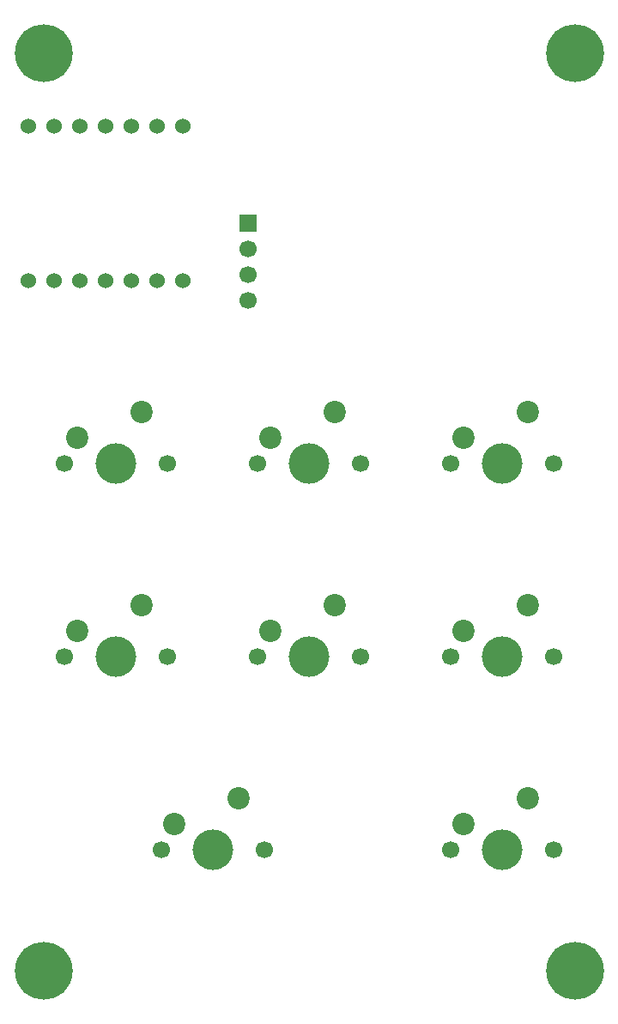
<source format=gbs>
G04 #@! TF.GenerationSoftware,KiCad,Pcbnew,9.0.1*
G04 #@! TF.CreationDate,2025-06-23T17:34:09-04:00*
G04 #@! TF.ProjectId,engiboard,656e6769-626f-4617-9264-2e6b69636164,rev?*
G04 #@! TF.SameCoordinates,Original*
G04 #@! TF.FileFunction,Soldermask,Bot*
G04 #@! TF.FilePolarity,Negative*
%FSLAX46Y46*%
G04 Gerber Fmt 4.6, Leading zero omitted, Abs format (unit mm)*
G04 Created by KiCad (PCBNEW 9.0.1) date 2025-06-23 17:34:09*
%MOMM*%
%LPD*%
G01*
G04 APERTURE LIST*
%ADD10C,1.524000*%
%ADD11C,5.700000*%
%ADD12C,1.700000*%
%ADD13C,4.000000*%
%ADD14C,2.200000*%
%ADD15R,1.700000X1.700000*%
G04 APERTURE END LIST*
D10*
G04 #@! TO.C,U1*
X141380000Y-65246250D03*
X143920000Y-65246250D03*
X146460000Y-65246250D03*
X149000000Y-65246250D03*
X151540000Y-65246250D03*
X154080000Y-65246250D03*
X156620000Y-65246250D03*
X156620000Y-50006250D03*
X154080000Y-50006250D03*
X151540000Y-50006250D03*
X149000000Y-50006250D03*
X146460000Y-50006250D03*
X143920000Y-50006250D03*
X141380000Y-50006250D03*
G04 #@! TD*
D11*
G04 #@! TO.C,REF\u002A\u002A*
X195262500Y-133350000D03*
G04 #@! TD*
D12*
G04 #@! TO.C,SW4*
X144938750Y-102393750D03*
D13*
X150018750Y-102393750D03*
D12*
X155098750Y-102393750D03*
D14*
X152558750Y-97313750D03*
X146208750Y-99853750D03*
G04 #@! TD*
D12*
G04 #@! TO.C,SW8*
X154463750Y-121443750D03*
D13*
X159543750Y-121443750D03*
D12*
X164623750Y-121443750D03*
D14*
X162083750Y-116363750D03*
X155733750Y-118903750D03*
G04 #@! TD*
D12*
G04 #@! TO.C,SW6*
X183038750Y-102393750D03*
D13*
X188118750Y-102393750D03*
D12*
X193198750Y-102393750D03*
D14*
X190658750Y-97313750D03*
X184308750Y-99853750D03*
G04 #@! TD*
D11*
G04 #@! TO.C,REF\u002A\u002A*
X142875000Y-133350000D03*
G04 #@! TD*
G04 #@! TO.C,REF\u002A\u002A*
X195262500Y-42862500D03*
G04 #@! TD*
D12*
G04 #@! TO.C,SW2*
X163988750Y-83343750D03*
D13*
X169068750Y-83343750D03*
D12*
X174148750Y-83343750D03*
D14*
X171608750Y-78263750D03*
X165258750Y-80803750D03*
G04 #@! TD*
D12*
G04 #@! TO.C,SW7*
X183038750Y-121443750D03*
D13*
X188118750Y-121443750D03*
D12*
X193198750Y-121443750D03*
D14*
X190658750Y-116363750D03*
X184308750Y-118903750D03*
G04 #@! TD*
D15*
G04 #@! TO.C,OLED1*
X163000000Y-59630000D03*
D12*
X163000000Y-62170000D03*
X163000000Y-64710000D03*
X163000000Y-67250000D03*
G04 #@! TD*
D11*
G04 #@! TO.C,REF\u002A\u002A*
X142875000Y-42862500D03*
G04 #@! TD*
D12*
G04 #@! TO.C,SW5*
X163988750Y-102393750D03*
D13*
X169068750Y-102393750D03*
D12*
X174148750Y-102393750D03*
D14*
X171608750Y-97313750D03*
X165258750Y-99853750D03*
G04 #@! TD*
D12*
G04 #@! TO.C,SW1*
X144938750Y-83343750D03*
D13*
X150018750Y-83343750D03*
D12*
X155098750Y-83343750D03*
D14*
X152558750Y-78263750D03*
X146208750Y-80803750D03*
G04 #@! TD*
D12*
G04 #@! TO.C,SW3*
X183038750Y-83343750D03*
D13*
X188118750Y-83343750D03*
D12*
X193198750Y-83343750D03*
D14*
X190658750Y-78263750D03*
X184308750Y-80803750D03*
G04 #@! TD*
M02*

</source>
